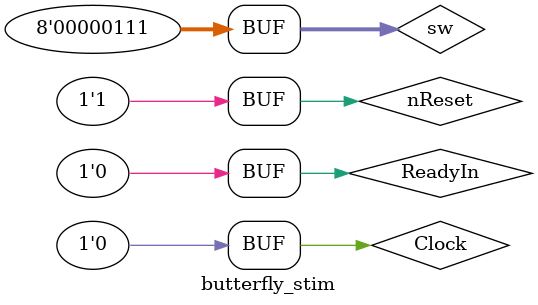
<source format=sv>

module butterfly_stim;

logic [7:0]sw,led;
//logic [6:0]sign,hun,ten,uni;
logic ReadyIn,nReset;
//logic [13:0]instruction;
logic Clock;

butterfly butterfly1(sw,ReadyIn,nReset,Clock,led);

always
   begin
           ReadyIn = 0;
      #250 ReadyIn = 1;
      #500 ReadyIn = 0;
      #250 ReadyIn = 0;
   end
   
always
   begin
         Clock = 0;
      #5 Clock = 1;
      #10 Clock = 0;
      #5 Clock = 0;
   end

initial 
begin
sw=0;
nReset=1;

#1000
nReset=0;
#1000
nReset=1;

sw=8'b01100000;//Rew +0.75
#1000
sw=8'b11000000;//Imw -0.5
#1000
sw=4;//Reb
#1000
sw=6;//Imb
#1000
sw=3;//Rea
#1000
sw=7;//Ima

////////////////Rew=2 , Imw=1
////////////////Reb=3 , Imb=6
////////////////Rew=2 , Imw=1

////////////////Reb*Rew=2*3=6
////////////////Imb*Imw=1*6=6
////////////////Reb*Imw=3*1=3
////////////////Imb*Rew=6*2=12


////////////////Reb*Rew-Imb*Imw=0
////////////////Reb*Imw+Imb*Rew=15


////////////////Rey=Rea+(Reb*Rew-Imb*Imw)=4+0=4
////////////////Imy=Ima+(Reb*Imw+Imb*Rew)=2+15=17
////////////////Rez=Rea-(Reb*Rew-Imb*Imw)=4-0=4
////////////////Imz=Ima-(Reb*Imw+Imb*Rew)=2-15=-13

//forever
//begin
 //  #10000
//end
end
endmodule
</source>
